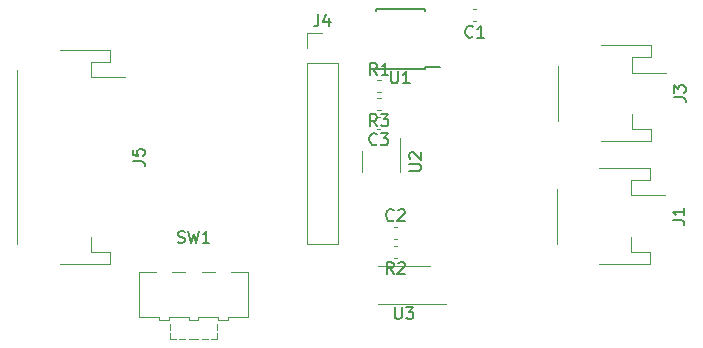
<source format=gbr>
%TF.GenerationSoftware,KiCad,Pcbnew,(5.1.10-1-10_14)*%
%TF.CreationDate,2021-06-08T20:51:40+08:00*%
%TF.ProjectId,network,6e657477-6f72-46b2-9e6b-696361645f70,rev?*%
%TF.SameCoordinates,Original*%
%TF.FileFunction,Legend,Top*%
%TF.FilePolarity,Positive*%
%FSLAX46Y46*%
G04 Gerber Fmt 4.6, Leading zero omitted, Abs format (unit mm)*
G04 Created by KiCad (PCBNEW (5.1.10-1-10_14)) date 2021-06-08 20:51:40*
%MOMM*%
%LPD*%
G01*
G04 APERTURE LIST*
%ADD10C,0.120000*%
%ADD11C,0.150000*%
G04 APERTURE END LIST*
D10*
%TO.C,SW1*%
X115100000Y-109600000D02*
X115100000Y-109600000D01*
X115900000Y-109600000D02*
X115100000Y-109600000D01*
X116200000Y-109600000D02*
X116200000Y-109600000D01*
X116700000Y-109600000D02*
X116200000Y-109600000D01*
X114800000Y-109600000D02*
X114800000Y-109600000D01*
X114300000Y-109600000D02*
X114800000Y-109600000D01*
X113500000Y-108300000D02*
X113500000Y-108300000D01*
X113500000Y-108800000D02*
X113500000Y-108300000D01*
X117500000Y-108300000D02*
X117500000Y-108300000D01*
X117500000Y-108800000D02*
X117500000Y-108300000D01*
X117500000Y-109100000D02*
X117500000Y-109100000D01*
X117500000Y-109600000D02*
X117500000Y-109100000D01*
X117000000Y-109600000D02*
X117000000Y-109600000D01*
X117500000Y-109600000D02*
X117000000Y-109600000D01*
X114000000Y-109600000D02*
X114000000Y-109600000D01*
X113500000Y-109600000D02*
X114000000Y-109600000D01*
X113500000Y-109100000D02*
X113500000Y-109100000D01*
X113500000Y-109600000D02*
X113500000Y-109100000D01*
X110900000Y-107700000D02*
X110900000Y-107700000D01*
X112600000Y-107700000D02*
X110900000Y-107700000D01*
X112600000Y-108000000D02*
X112600000Y-107700000D01*
X113400000Y-108000000D02*
X112600000Y-108000000D01*
X113400000Y-107700000D02*
X113400000Y-108000000D01*
X115100000Y-107700000D02*
X113400000Y-107700000D01*
X115100000Y-108000000D02*
X115100000Y-107700000D01*
X115900000Y-108000000D02*
X115100000Y-108000000D01*
X115900000Y-107700000D02*
X115900000Y-108000000D01*
X117600000Y-107700000D02*
X115900000Y-107700000D01*
X117600000Y-108000000D02*
X117600000Y-107700000D01*
X118400000Y-108000000D02*
X117600000Y-108000000D01*
X118400000Y-107700000D02*
X118400000Y-108000000D01*
X120100000Y-107700000D02*
X118400000Y-107700000D01*
X113700000Y-103900000D02*
X113700000Y-103900000D01*
X114800000Y-103900000D02*
X113700000Y-103900000D01*
X116200000Y-103900000D02*
X116200000Y-103900000D01*
X117300000Y-103900000D02*
X116200000Y-103900000D01*
X110900000Y-103900000D02*
X112300000Y-103900000D01*
X110900000Y-107700000D02*
X110900000Y-103900000D01*
X120100000Y-103900000D02*
X120100000Y-107700000D01*
X118700000Y-103900000D02*
X120100000Y-103900000D01*
%TO.C,J5*%
X100590000Y-86860000D02*
X100590000Y-101540000D01*
X106810000Y-102240000D02*
X106810000Y-100960000D01*
X108410000Y-102240000D02*
X106810000Y-102240000D01*
X108410000Y-103260000D02*
X108410000Y-102240000D01*
X104160000Y-103260000D02*
X108410000Y-103260000D01*
X106810000Y-87440000D02*
X109700000Y-87440000D01*
X106810000Y-86160000D02*
X106810000Y-87440000D01*
X108410000Y-86160000D02*
X106810000Y-86160000D01*
X108410000Y-85140000D02*
X108410000Y-86160000D01*
X104160000Y-85140000D02*
X108410000Y-85140000D01*
%TO.C,J4*%
X125070000Y-83670000D02*
X126400000Y-83670000D01*
X125070000Y-85000000D02*
X125070000Y-83670000D01*
X125070000Y-86270000D02*
X127730000Y-86270000D01*
X127730000Y-86270000D02*
X127730000Y-101570000D01*
X125070000Y-86270000D02*
X125070000Y-101570000D01*
X125070000Y-101570000D02*
X127730000Y-101570000D01*
%TO.C,R3*%
X131340580Y-90210000D02*
X131059420Y-90210000D01*
X131340580Y-89190000D02*
X131059420Y-89190000D01*
%TO.C,R2*%
X132740580Y-102710000D02*
X132459420Y-102710000D01*
X132740580Y-101690000D02*
X132459420Y-101690000D01*
%TO.C,R1*%
X131059420Y-87690000D02*
X131340580Y-87690000D01*
X131059420Y-88710000D02*
X131340580Y-88710000D01*
%TO.C,C3*%
X131315580Y-91810000D02*
X131034420Y-91810000D01*
X131315580Y-90790000D02*
X131034420Y-90790000D01*
%TO.C,C2*%
X132459420Y-100090000D02*
X132740580Y-100090000D01*
X132459420Y-101110000D02*
X132740580Y-101110000D01*
%TO.C,C1*%
X139440580Y-82710000D02*
X139159420Y-82710000D01*
X139440580Y-81690000D02*
X139159420Y-81690000D01*
%TO.C,U3*%
X133300000Y-106610000D02*
X136900000Y-106610000D01*
X133300000Y-106610000D02*
X131100000Y-106610000D01*
X133300000Y-103390000D02*
X135500000Y-103390000D01*
X133300000Y-103390000D02*
X131100000Y-103390000D01*
%TO.C,U2*%
X133010000Y-95500000D02*
X133010000Y-92550000D01*
X129790000Y-93700000D02*
X129790000Y-95500000D01*
D11*
%TO.C,U1*%
X135075000Y-86575000D02*
X136375000Y-86575000D01*
X135075000Y-81625000D02*
X130925000Y-81625000D01*
X135075000Y-86775000D02*
X130925000Y-86775000D01*
X135075000Y-81625000D02*
X135075000Y-81825000D01*
X130925000Y-81625000D02*
X130925000Y-81825000D01*
X130925000Y-86775000D02*
X130925000Y-86575000D01*
X135075000Y-86775000D02*
X135075000Y-86575000D01*
D10*
%TO.C,J3*%
X146390000Y-86460000D02*
X146390000Y-91140000D01*
X152610000Y-91840000D02*
X152610000Y-90560000D01*
X154210000Y-91840000D02*
X152610000Y-91840000D01*
X154210000Y-92860000D02*
X154210000Y-91840000D01*
X149960000Y-92860000D02*
X154210000Y-92860000D01*
X152610000Y-87040000D02*
X155500000Y-87040000D01*
X152610000Y-85760000D02*
X152610000Y-87040000D01*
X154210000Y-85760000D02*
X152610000Y-85760000D01*
X154210000Y-84740000D02*
X154210000Y-85760000D01*
X149960000Y-84740000D02*
X154210000Y-84740000D01*
%TO.C,J1*%
X146290000Y-96860000D02*
X146290000Y-101540000D01*
X152510000Y-102240000D02*
X152510000Y-100960000D01*
X154110000Y-102240000D02*
X152510000Y-102240000D01*
X154110000Y-103260000D02*
X154110000Y-102240000D01*
X149860000Y-103260000D02*
X154110000Y-103260000D01*
X152510000Y-97440000D02*
X155400000Y-97440000D01*
X152510000Y-96160000D02*
X152510000Y-97440000D01*
X154110000Y-96160000D02*
X152510000Y-96160000D01*
X154110000Y-95140000D02*
X154110000Y-96160000D01*
X149860000Y-95140000D02*
X154110000Y-95140000D01*
%TO.C,SW1*%
D11*
X114166666Y-101404761D02*
X114309523Y-101452380D01*
X114547619Y-101452380D01*
X114642857Y-101404761D01*
X114690476Y-101357142D01*
X114738095Y-101261904D01*
X114738095Y-101166666D01*
X114690476Y-101071428D01*
X114642857Y-101023809D01*
X114547619Y-100976190D01*
X114357142Y-100928571D01*
X114261904Y-100880952D01*
X114214285Y-100833333D01*
X114166666Y-100738095D01*
X114166666Y-100642857D01*
X114214285Y-100547619D01*
X114261904Y-100500000D01*
X114357142Y-100452380D01*
X114595238Y-100452380D01*
X114738095Y-100500000D01*
X115071428Y-100452380D02*
X115309523Y-101452380D01*
X115500000Y-100738095D01*
X115690476Y-101452380D01*
X115928571Y-100452380D01*
X116833333Y-101452380D02*
X116261904Y-101452380D01*
X116547619Y-101452380D02*
X116547619Y-100452380D01*
X116452380Y-100595238D01*
X116357142Y-100690476D01*
X116261904Y-100738095D01*
%TO.C,J5*%
X110352380Y-94533333D02*
X111066666Y-94533333D01*
X111209523Y-94580952D01*
X111304761Y-94676190D01*
X111352380Y-94819047D01*
X111352380Y-94914285D01*
X110352380Y-93580952D02*
X110352380Y-94057142D01*
X110828571Y-94104761D01*
X110780952Y-94057142D01*
X110733333Y-93961904D01*
X110733333Y-93723809D01*
X110780952Y-93628571D01*
X110828571Y-93580952D01*
X110923809Y-93533333D01*
X111161904Y-93533333D01*
X111257142Y-93580952D01*
X111304761Y-93628571D01*
X111352380Y-93723809D01*
X111352380Y-93961904D01*
X111304761Y-94057142D01*
X111257142Y-94104761D01*
%TO.C,J4*%
X126066666Y-82122380D02*
X126066666Y-82836666D01*
X126019047Y-82979523D01*
X125923809Y-83074761D01*
X125780952Y-83122380D01*
X125685714Y-83122380D01*
X126971428Y-82455714D02*
X126971428Y-83122380D01*
X126733333Y-82074761D02*
X126495238Y-82789047D01*
X127114285Y-82789047D01*
%TO.C,R3*%
X131033333Y-91582380D02*
X130700000Y-91106190D01*
X130461904Y-91582380D02*
X130461904Y-90582380D01*
X130842857Y-90582380D01*
X130938095Y-90630000D01*
X130985714Y-90677619D01*
X131033333Y-90772857D01*
X131033333Y-90915714D01*
X130985714Y-91010952D01*
X130938095Y-91058571D01*
X130842857Y-91106190D01*
X130461904Y-91106190D01*
X131366666Y-90582380D02*
X131985714Y-90582380D01*
X131652380Y-90963333D01*
X131795238Y-90963333D01*
X131890476Y-91010952D01*
X131938095Y-91058571D01*
X131985714Y-91153809D01*
X131985714Y-91391904D01*
X131938095Y-91487142D01*
X131890476Y-91534761D01*
X131795238Y-91582380D01*
X131509523Y-91582380D01*
X131414285Y-91534761D01*
X131366666Y-91487142D01*
%TO.C,R2*%
X132433333Y-104082380D02*
X132100000Y-103606190D01*
X131861904Y-104082380D02*
X131861904Y-103082380D01*
X132242857Y-103082380D01*
X132338095Y-103130000D01*
X132385714Y-103177619D01*
X132433333Y-103272857D01*
X132433333Y-103415714D01*
X132385714Y-103510952D01*
X132338095Y-103558571D01*
X132242857Y-103606190D01*
X131861904Y-103606190D01*
X132814285Y-103177619D02*
X132861904Y-103130000D01*
X132957142Y-103082380D01*
X133195238Y-103082380D01*
X133290476Y-103130000D01*
X133338095Y-103177619D01*
X133385714Y-103272857D01*
X133385714Y-103368095D01*
X133338095Y-103510952D01*
X132766666Y-104082380D01*
X133385714Y-104082380D01*
%TO.C,R1*%
X131033333Y-87222380D02*
X130700000Y-86746190D01*
X130461904Y-87222380D02*
X130461904Y-86222380D01*
X130842857Y-86222380D01*
X130938095Y-86270000D01*
X130985714Y-86317619D01*
X131033333Y-86412857D01*
X131033333Y-86555714D01*
X130985714Y-86650952D01*
X130938095Y-86698571D01*
X130842857Y-86746190D01*
X130461904Y-86746190D01*
X131985714Y-87222380D02*
X131414285Y-87222380D01*
X131700000Y-87222380D02*
X131700000Y-86222380D01*
X131604761Y-86365238D01*
X131509523Y-86460476D01*
X131414285Y-86508095D01*
%TO.C,C3*%
X131008333Y-93087142D02*
X130960714Y-93134761D01*
X130817857Y-93182380D01*
X130722619Y-93182380D01*
X130579761Y-93134761D01*
X130484523Y-93039523D01*
X130436904Y-92944285D01*
X130389285Y-92753809D01*
X130389285Y-92610952D01*
X130436904Y-92420476D01*
X130484523Y-92325238D01*
X130579761Y-92230000D01*
X130722619Y-92182380D01*
X130817857Y-92182380D01*
X130960714Y-92230000D01*
X131008333Y-92277619D01*
X131341666Y-92182380D02*
X131960714Y-92182380D01*
X131627380Y-92563333D01*
X131770238Y-92563333D01*
X131865476Y-92610952D01*
X131913095Y-92658571D01*
X131960714Y-92753809D01*
X131960714Y-92991904D01*
X131913095Y-93087142D01*
X131865476Y-93134761D01*
X131770238Y-93182380D01*
X131484523Y-93182380D01*
X131389285Y-93134761D01*
X131341666Y-93087142D01*
%TO.C,C2*%
X132433333Y-99527142D02*
X132385714Y-99574761D01*
X132242857Y-99622380D01*
X132147619Y-99622380D01*
X132004761Y-99574761D01*
X131909523Y-99479523D01*
X131861904Y-99384285D01*
X131814285Y-99193809D01*
X131814285Y-99050952D01*
X131861904Y-98860476D01*
X131909523Y-98765238D01*
X132004761Y-98670000D01*
X132147619Y-98622380D01*
X132242857Y-98622380D01*
X132385714Y-98670000D01*
X132433333Y-98717619D01*
X132814285Y-98717619D02*
X132861904Y-98670000D01*
X132957142Y-98622380D01*
X133195238Y-98622380D01*
X133290476Y-98670000D01*
X133338095Y-98717619D01*
X133385714Y-98812857D01*
X133385714Y-98908095D01*
X133338095Y-99050952D01*
X132766666Y-99622380D01*
X133385714Y-99622380D01*
%TO.C,C1*%
X139133333Y-83987142D02*
X139085714Y-84034761D01*
X138942857Y-84082380D01*
X138847619Y-84082380D01*
X138704761Y-84034761D01*
X138609523Y-83939523D01*
X138561904Y-83844285D01*
X138514285Y-83653809D01*
X138514285Y-83510952D01*
X138561904Y-83320476D01*
X138609523Y-83225238D01*
X138704761Y-83130000D01*
X138847619Y-83082380D01*
X138942857Y-83082380D01*
X139085714Y-83130000D01*
X139133333Y-83177619D01*
X140085714Y-84082380D02*
X139514285Y-84082380D01*
X139800000Y-84082380D02*
X139800000Y-83082380D01*
X139704761Y-83225238D01*
X139609523Y-83320476D01*
X139514285Y-83368095D01*
%TO.C,U3*%
X132538095Y-106902380D02*
X132538095Y-107711904D01*
X132585714Y-107807142D01*
X132633333Y-107854761D01*
X132728571Y-107902380D01*
X132919047Y-107902380D01*
X133014285Y-107854761D01*
X133061904Y-107807142D01*
X133109523Y-107711904D01*
X133109523Y-106902380D01*
X133490476Y-106902380D02*
X134109523Y-106902380D01*
X133776190Y-107283333D01*
X133919047Y-107283333D01*
X134014285Y-107330952D01*
X134061904Y-107378571D01*
X134109523Y-107473809D01*
X134109523Y-107711904D01*
X134061904Y-107807142D01*
X134014285Y-107854761D01*
X133919047Y-107902380D01*
X133633333Y-107902380D01*
X133538095Y-107854761D01*
X133490476Y-107807142D01*
%TO.C,U2*%
X133752380Y-95361904D02*
X134561904Y-95361904D01*
X134657142Y-95314285D01*
X134704761Y-95266666D01*
X134752380Y-95171428D01*
X134752380Y-94980952D01*
X134704761Y-94885714D01*
X134657142Y-94838095D01*
X134561904Y-94790476D01*
X133752380Y-94790476D01*
X133847619Y-94361904D02*
X133800000Y-94314285D01*
X133752380Y-94219047D01*
X133752380Y-93980952D01*
X133800000Y-93885714D01*
X133847619Y-93838095D01*
X133942857Y-93790476D01*
X134038095Y-93790476D01*
X134180952Y-93838095D01*
X134752380Y-94409523D01*
X134752380Y-93790476D01*
%TO.C,U1*%
X132238095Y-86952380D02*
X132238095Y-87761904D01*
X132285714Y-87857142D01*
X132333333Y-87904761D01*
X132428571Y-87952380D01*
X132619047Y-87952380D01*
X132714285Y-87904761D01*
X132761904Y-87857142D01*
X132809523Y-87761904D01*
X132809523Y-86952380D01*
X133809523Y-87952380D02*
X133238095Y-87952380D01*
X133523809Y-87952380D02*
X133523809Y-86952380D01*
X133428571Y-87095238D01*
X133333333Y-87190476D01*
X133238095Y-87238095D01*
%TO.C,J3*%
X156152380Y-89133333D02*
X156866666Y-89133333D01*
X157009523Y-89180952D01*
X157104761Y-89276190D01*
X157152380Y-89419047D01*
X157152380Y-89514285D01*
X156152380Y-88752380D02*
X156152380Y-88133333D01*
X156533333Y-88466666D01*
X156533333Y-88323809D01*
X156580952Y-88228571D01*
X156628571Y-88180952D01*
X156723809Y-88133333D01*
X156961904Y-88133333D01*
X157057142Y-88180952D01*
X157104761Y-88228571D01*
X157152380Y-88323809D01*
X157152380Y-88609523D01*
X157104761Y-88704761D01*
X157057142Y-88752380D01*
%TO.C,J1*%
X156052380Y-99533333D02*
X156766666Y-99533333D01*
X156909523Y-99580952D01*
X157004761Y-99676190D01*
X157052380Y-99819047D01*
X157052380Y-99914285D01*
X157052380Y-98533333D02*
X157052380Y-99104761D01*
X157052380Y-98819047D02*
X156052380Y-98819047D01*
X156195238Y-98914285D01*
X156290476Y-99009523D01*
X156338095Y-99104761D01*
%TD*%
M02*

</source>
